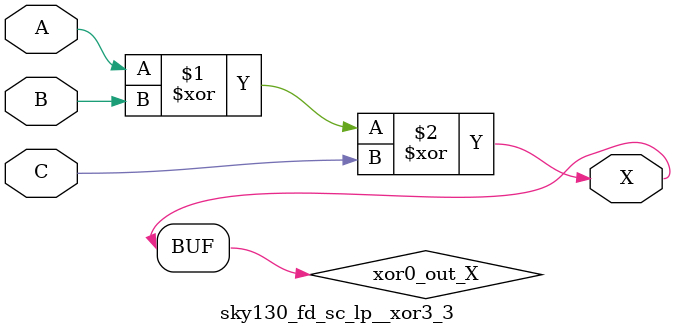
<source format=v>
module sky130_fd_sc_lp__xor3_3 (
    X,
    A,
    B,
    C
);
    output X;
    input  A;
    input  B;
    input  C;
    wire xor0_out_X;
    xor xor0 (xor0_out_X, A, B, C        );
    buf buf0 (X         , xor0_out_X     );
endmodule
</source>
